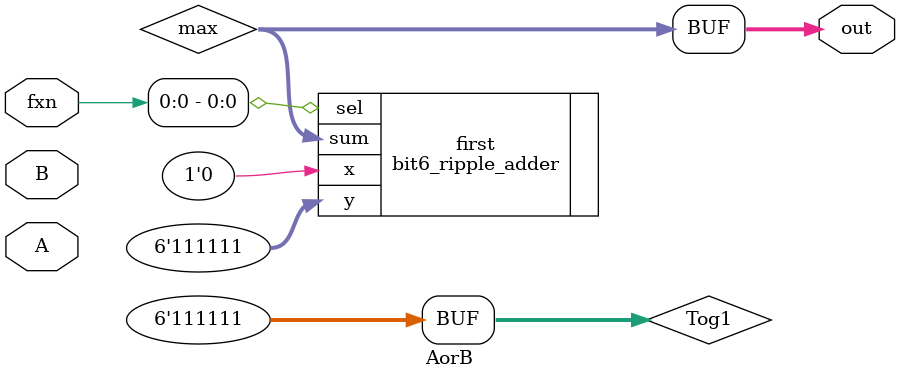
<source format=v>
module AorB(
    input[5:0] A, B,
    input[2:0] fxn,
    output [5:0] out
);
wire [5:0] Tog1, Tog2, max, p, q, r, s;
assign Tog1 = 6'b111111;


bit6_ripple_adder first ( .x(!Tog1),.y(Tog1),.sel(fxn[0]), .sum(max));
bit6_ripple_adder second ( .x(!Tog1),.y(Tog1),.sel(fxn[2]), .sum(Tog2));


assign p = A & max & Tog2;
assign q = A & !max & Tog2;

bit6_ripple_adder fourth ( .x(!Tog1),.y(p),.sel(fxn[1]), .sum(r));
bit6_ripple_adder fifth ( .x(!Tog1),.y(q),.sel(fxn[1]), .sum(s));

assign out = max;

endmodule
</source>
